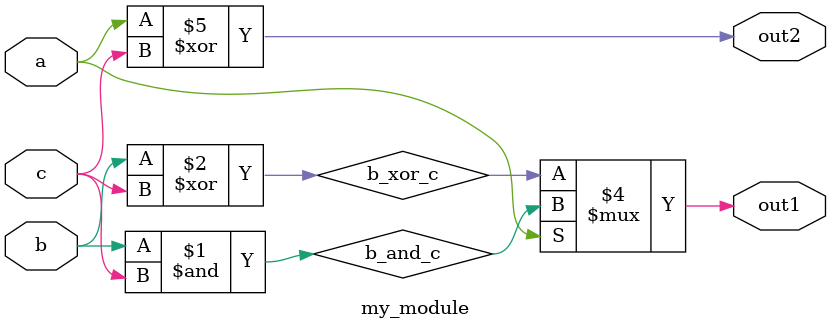
<source format=v>
module my_module (a, b, c, out1, out2);

input a, b, c;
output out1, out2;

wire b_and_c;
wire b_xor_c;

assign b_and_c = b & c;
assign b_xor_c = b ^ c;

assign out1 = (a == 1) ? b_and_c : b_xor_c;
assign out2 = a ^ c;

endmodule
</source>
